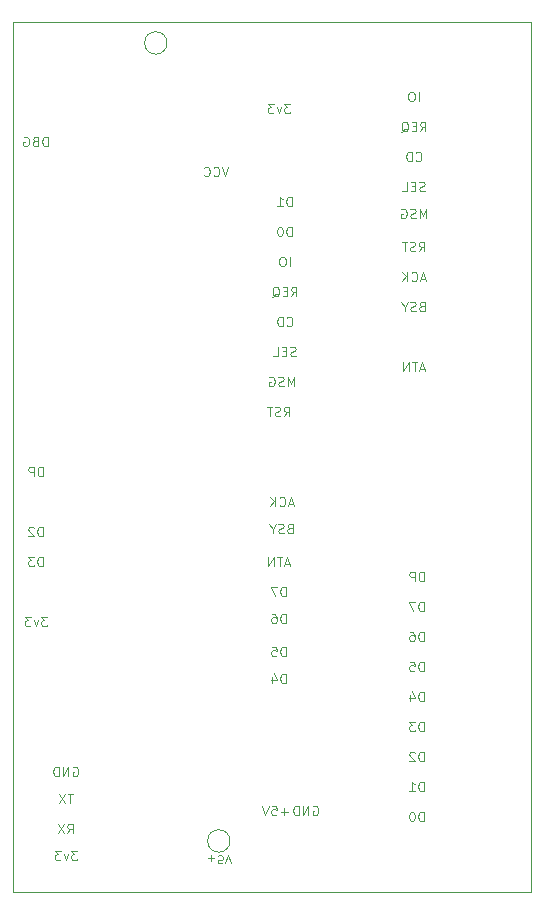
<source format=gbr>
%TF.GenerationSoftware,KiCad,Pcbnew,(5.1.9-16-g1737927814)-1*%
%TF.CreationDate,2021-05-19T21:13:25-05:00*%
%TF.ProjectId,bluepill_scsi,626c7565-7069-46c6-9c5f-736373692e6b,rev?*%
%TF.SameCoordinates,Original*%
%TF.FileFunction,Legend,Bot*%
%TF.FilePolarity,Positive*%
%FSLAX46Y46*%
G04 Gerber Fmt 4.6, Leading zero omitted, Abs format (unit mm)*
G04 Created by KiCad (PCBNEW (5.1.9-16-g1737927814)-1) date 2021-05-19 21:13:25*
%MOMM*%
%LPD*%
G01*
G04 APERTURE LIST*
%ADD10C,0.100000*%
%TA.AperFunction,Profile*%
%ADD11C,0.050000*%
%TD*%
%ADD12C,0.120000*%
G04 APERTURE END LIST*
D10*
X87619000Y-146381000D02*
X88152333Y-146381000D01*
X87885666Y-146114333D02*
X87885666Y-146647666D01*
X88819000Y-146814333D02*
X88485666Y-146814333D01*
X88452333Y-146481000D01*
X88485666Y-146514333D01*
X88552333Y-146547666D01*
X88719000Y-146547666D01*
X88785666Y-146514333D01*
X88819000Y-146481000D01*
X88852333Y-146414333D01*
X88852333Y-146247666D01*
X88819000Y-146181000D01*
X88785666Y-146147666D01*
X88719000Y-146114333D01*
X88552333Y-146114333D01*
X88485666Y-146147666D01*
X88452333Y-146181000D01*
X89052333Y-146814333D02*
X89285666Y-146114333D01*
X89519000Y-146814333D01*
X73977380Y-125926904D02*
X73482142Y-125926904D01*
X73748809Y-126231666D01*
X73634523Y-126231666D01*
X73558333Y-126269761D01*
X73520238Y-126307857D01*
X73482142Y-126384047D01*
X73482142Y-126574523D01*
X73520238Y-126650714D01*
X73558333Y-126688809D01*
X73634523Y-126726904D01*
X73863095Y-126726904D01*
X73939285Y-126688809D01*
X73977380Y-126650714D01*
X73215476Y-126193571D02*
X73025000Y-126726904D01*
X72834523Y-126193571D01*
X72605952Y-125926904D02*
X72110714Y-125926904D01*
X72377380Y-126231666D01*
X72263095Y-126231666D01*
X72186904Y-126269761D01*
X72148809Y-126307857D01*
X72110714Y-126384047D01*
X72110714Y-126574523D01*
X72148809Y-126650714D01*
X72186904Y-126688809D01*
X72263095Y-126726904D01*
X72491666Y-126726904D01*
X72567857Y-126688809D01*
X72605952Y-126650714D01*
X73615476Y-121646904D02*
X73615476Y-120846904D01*
X73425000Y-120846904D01*
X73310714Y-120885000D01*
X73234523Y-120961190D01*
X73196428Y-121037380D01*
X73158333Y-121189761D01*
X73158333Y-121304047D01*
X73196428Y-121456428D01*
X73234523Y-121532619D01*
X73310714Y-121608809D01*
X73425000Y-121646904D01*
X73615476Y-121646904D01*
X72891666Y-120846904D02*
X72396428Y-120846904D01*
X72663095Y-121151666D01*
X72548809Y-121151666D01*
X72472619Y-121189761D01*
X72434523Y-121227857D01*
X72396428Y-121304047D01*
X72396428Y-121494523D01*
X72434523Y-121570714D01*
X72472619Y-121608809D01*
X72548809Y-121646904D01*
X72777380Y-121646904D01*
X72853571Y-121608809D01*
X72891666Y-121570714D01*
X73615476Y-119106904D02*
X73615476Y-118306904D01*
X73425000Y-118306904D01*
X73310714Y-118345000D01*
X73234523Y-118421190D01*
X73196428Y-118497380D01*
X73158333Y-118649761D01*
X73158333Y-118764047D01*
X73196428Y-118916428D01*
X73234523Y-118992619D01*
X73310714Y-119068809D01*
X73425000Y-119106904D01*
X73615476Y-119106904D01*
X72853571Y-118383095D02*
X72815476Y-118345000D01*
X72739285Y-118306904D01*
X72548809Y-118306904D01*
X72472619Y-118345000D01*
X72434523Y-118383095D01*
X72396428Y-118459285D01*
X72396428Y-118535476D01*
X72434523Y-118649761D01*
X72891666Y-119106904D01*
X72396428Y-119106904D01*
X73634523Y-114026904D02*
X73634523Y-113226904D01*
X73444047Y-113226904D01*
X73329761Y-113265000D01*
X73253571Y-113341190D01*
X73215476Y-113417380D01*
X73177380Y-113569761D01*
X73177380Y-113684047D01*
X73215476Y-113836428D01*
X73253571Y-113912619D01*
X73329761Y-113988809D01*
X73444047Y-114026904D01*
X73634523Y-114026904D01*
X72834523Y-114026904D02*
X72834523Y-113226904D01*
X72529761Y-113226904D01*
X72453571Y-113265000D01*
X72415476Y-113303095D01*
X72377380Y-113379285D01*
X72377380Y-113493571D01*
X72415476Y-113569761D01*
X72453571Y-113607857D01*
X72529761Y-113645952D01*
X72834523Y-113645952D01*
X94551380Y-82492904D02*
X94056142Y-82492904D01*
X94322809Y-82797666D01*
X94208523Y-82797666D01*
X94132333Y-82835761D01*
X94094238Y-82873857D01*
X94056142Y-82950047D01*
X94056142Y-83140523D01*
X94094238Y-83216714D01*
X94132333Y-83254809D01*
X94208523Y-83292904D01*
X94437095Y-83292904D01*
X94513285Y-83254809D01*
X94551380Y-83216714D01*
X93789476Y-82759571D02*
X93599000Y-83292904D01*
X93408523Y-82759571D01*
X93179952Y-82492904D02*
X92684714Y-82492904D01*
X92951380Y-82797666D01*
X92837095Y-82797666D01*
X92760904Y-82835761D01*
X92722809Y-82873857D01*
X92684714Y-82950047D01*
X92684714Y-83140523D01*
X92722809Y-83216714D01*
X92760904Y-83254809D01*
X92837095Y-83292904D01*
X93065666Y-83292904D01*
X93141857Y-83254809D01*
X93179952Y-83216714D01*
X89331666Y-87826904D02*
X89065000Y-88626904D01*
X88798333Y-87826904D01*
X88074523Y-88550714D02*
X88112619Y-88588809D01*
X88226904Y-88626904D01*
X88303095Y-88626904D01*
X88417380Y-88588809D01*
X88493571Y-88512619D01*
X88531666Y-88436428D01*
X88569761Y-88284047D01*
X88569761Y-88169761D01*
X88531666Y-88017380D01*
X88493571Y-87941190D01*
X88417380Y-87865000D01*
X88303095Y-87826904D01*
X88226904Y-87826904D01*
X88112619Y-87865000D01*
X88074523Y-87903095D01*
X87274523Y-88550714D02*
X87312619Y-88588809D01*
X87426904Y-88626904D01*
X87503095Y-88626904D01*
X87617380Y-88588809D01*
X87693571Y-88512619D01*
X87731666Y-88436428D01*
X87769761Y-88284047D01*
X87769761Y-88169761D01*
X87731666Y-88017380D01*
X87693571Y-87941190D01*
X87617380Y-87865000D01*
X87503095Y-87826904D01*
X87426904Y-87826904D01*
X87312619Y-87865000D01*
X87274523Y-87903095D01*
X94697476Y-91166904D02*
X94697476Y-90366904D01*
X94507000Y-90366904D01*
X94392714Y-90405000D01*
X94316523Y-90481190D01*
X94278428Y-90557380D01*
X94240333Y-90709761D01*
X94240333Y-90824047D01*
X94278428Y-90976428D01*
X94316523Y-91052619D01*
X94392714Y-91128809D01*
X94507000Y-91166904D01*
X94697476Y-91166904D01*
X93478428Y-91166904D02*
X93935571Y-91166904D01*
X93707000Y-91166904D02*
X93707000Y-90366904D01*
X93783190Y-90481190D01*
X93859380Y-90557380D01*
X93935571Y-90595476D01*
X94697476Y-93706904D02*
X94697476Y-92906904D01*
X94507000Y-92906904D01*
X94392714Y-92945000D01*
X94316523Y-93021190D01*
X94278428Y-93097380D01*
X94240333Y-93249761D01*
X94240333Y-93364047D01*
X94278428Y-93516428D01*
X94316523Y-93592619D01*
X94392714Y-93668809D01*
X94507000Y-93706904D01*
X94697476Y-93706904D01*
X93745095Y-92906904D02*
X93668904Y-92906904D01*
X93592714Y-92945000D01*
X93554619Y-92983095D01*
X93516523Y-93059285D01*
X93478428Y-93211666D01*
X93478428Y-93402142D01*
X93516523Y-93554523D01*
X93554619Y-93630714D01*
X93592714Y-93668809D01*
X93668904Y-93706904D01*
X93745095Y-93706904D01*
X93821285Y-93668809D01*
X93859380Y-93630714D01*
X93897476Y-93554523D01*
X93935571Y-93402142D01*
X93935571Y-93211666D01*
X93897476Y-93059285D01*
X93859380Y-92983095D01*
X93821285Y-92945000D01*
X93745095Y-92906904D01*
X94526047Y-96246904D02*
X94526047Y-95446904D01*
X93992714Y-95446904D02*
X93840333Y-95446904D01*
X93764142Y-95485000D01*
X93687952Y-95561190D01*
X93649857Y-95713571D01*
X93649857Y-95980238D01*
X93687952Y-96132619D01*
X93764142Y-96208809D01*
X93840333Y-96246904D01*
X93992714Y-96246904D01*
X94068904Y-96208809D01*
X94145095Y-96132619D01*
X94183190Y-95980238D01*
X94183190Y-95713571D01*
X94145095Y-95561190D01*
X94068904Y-95485000D01*
X93992714Y-95446904D01*
X94640333Y-98786904D02*
X94907000Y-98405952D01*
X95097476Y-98786904D02*
X95097476Y-97986904D01*
X94792714Y-97986904D01*
X94716523Y-98025000D01*
X94678428Y-98063095D01*
X94640333Y-98139285D01*
X94640333Y-98253571D01*
X94678428Y-98329761D01*
X94716523Y-98367857D01*
X94792714Y-98405952D01*
X95097476Y-98405952D01*
X94297476Y-98367857D02*
X94030809Y-98367857D01*
X93916523Y-98786904D02*
X94297476Y-98786904D01*
X94297476Y-97986904D01*
X93916523Y-97986904D01*
X93040333Y-98863095D02*
X93116523Y-98825000D01*
X93192714Y-98748809D01*
X93307000Y-98634523D01*
X93383190Y-98596428D01*
X93459380Y-98596428D01*
X93421285Y-98786904D02*
X93497476Y-98748809D01*
X93573666Y-98672619D01*
X93611761Y-98520238D01*
X93611761Y-98253571D01*
X93573666Y-98101190D01*
X93497476Y-98025000D01*
X93421285Y-97986904D01*
X93268904Y-97986904D01*
X93192714Y-98025000D01*
X93116523Y-98101190D01*
X93078428Y-98253571D01*
X93078428Y-98520238D01*
X93116523Y-98672619D01*
X93192714Y-98748809D01*
X93268904Y-98786904D01*
X93421285Y-98786904D01*
X94259380Y-101250714D02*
X94297476Y-101288809D01*
X94411761Y-101326904D01*
X94487952Y-101326904D01*
X94602238Y-101288809D01*
X94678428Y-101212619D01*
X94716523Y-101136428D01*
X94754619Y-100984047D01*
X94754619Y-100869761D01*
X94716523Y-100717380D01*
X94678428Y-100641190D01*
X94602238Y-100565000D01*
X94487952Y-100526904D01*
X94411761Y-100526904D01*
X94297476Y-100565000D01*
X94259380Y-100603095D01*
X93916523Y-101326904D02*
X93916523Y-100526904D01*
X93726047Y-100526904D01*
X93611761Y-100565000D01*
X93535571Y-100641190D01*
X93497476Y-100717380D01*
X93459380Y-100869761D01*
X93459380Y-100984047D01*
X93497476Y-101136428D01*
X93535571Y-101212619D01*
X93611761Y-101288809D01*
X93726047Y-101326904D01*
X93916523Y-101326904D01*
X95021285Y-103828809D02*
X94907000Y-103866904D01*
X94716523Y-103866904D01*
X94640333Y-103828809D01*
X94602238Y-103790714D01*
X94564142Y-103714523D01*
X94564142Y-103638333D01*
X94602238Y-103562142D01*
X94640333Y-103524047D01*
X94716523Y-103485952D01*
X94868904Y-103447857D01*
X94945095Y-103409761D01*
X94983190Y-103371666D01*
X95021285Y-103295476D01*
X95021285Y-103219285D01*
X94983190Y-103143095D01*
X94945095Y-103105000D01*
X94868904Y-103066904D01*
X94678428Y-103066904D01*
X94564142Y-103105000D01*
X94221285Y-103447857D02*
X93954619Y-103447857D01*
X93840333Y-103866904D02*
X94221285Y-103866904D01*
X94221285Y-103066904D01*
X93840333Y-103066904D01*
X93116523Y-103866904D02*
X93497476Y-103866904D01*
X93497476Y-103066904D01*
X94900619Y-106406904D02*
X94900619Y-105606904D01*
X94633952Y-106178333D01*
X94367285Y-105606904D01*
X94367285Y-106406904D01*
X94024428Y-106368809D02*
X93910142Y-106406904D01*
X93719666Y-106406904D01*
X93643476Y-106368809D01*
X93605380Y-106330714D01*
X93567285Y-106254523D01*
X93567285Y-106178333D01*
X93605380Y-106102142D01*
X93643476Y-106064047D01*
X93719666Y-106025952D01*
X93872047Y-105987857D01*
X93948238Y-105949761D01*
X93986333Y-105911666D01*
X94024428Y-105835476D01*
X94024428Y-105759285D01*
X93986333Y-105683095D01*
X93948238Y-105645000D01*
X93872047Y-105606904D01*
X93681571Y-105606904D01*
X93567285Y-105645000D01*
X92805380Y-105645000D02*
X92881571Y-105606904D01*
X92995857Y-105606904D01*
X93110142Y-105645000D01*
X93186333Y-105721190D01*
X93224428Y-105797380D01*
X93262523Y-105949761D01*
X93262523Y-106064047D01*
X93224428Y-106216428D01*
X93186333Y-106292619D01*
X93110142Y-106368809D01*
X92995857Y-106406904D01*
X92919666Y-106406904D01*
X92805380Y-106368809D01*
X92767285Y-106330714D01*
X92767285Y-106064047D01*
X92919666Y-106064047D01*
X94037095Y-108946904D02*
X94303761Y-108565952D01*
X94494238Y-108946904D02*
X94494238Y-108146904D01*
X94189476Y-108146904D01*
X94113285Y-108185000D01*
X94075190Y-108223095D01*
X94037095Y-108299285D01*
X94037095Y-108413571D01*
X94075190Y-108489761D01*
X94113285Y-108527857D01*
X94189476Y-108565952D01*
X94494238Y-108565952D01*
X93732333Y-108908809D02*
X93618047Y-108946904D01*
X93427571Y-108946904D01*
X93351380Y-108908809D01*
X93313285Y-108870714D01*
X93275190Y-108794523D01*
X93275190Y-108718333D01*
X93313285Y-108642142D01*
X93351380Y-108604047D01*
X93427571Y-108565952D01*
X93579952Y-108527857D01*
X93656142Y-108489761D01*
X93694238Y-108451666D01*
X93732333Y-108375476D01*
X93732333Y-108299285D01*
X93694238Y-108223095D01*
X93656142Y-108185000D01*
X93579952Y-108146904D01*
X93389476Y-108146904D01*
X93275190Y-108185000D01*
X93046619Y-108146904D02*
X92589476Y-108146904D01*
X92818047Y-108946904D02*
X92818047Y-108146904D01*
X94189476Y-131552904D02*
X94189476Y-130752904D01*
X93999000Y-130752904D01*
X93884714Y-130791000D01*
X93808523Y-130867190D01*
X93770428Y-130943380D01*
X93732333Y-131095761D01*
X93732333Y-131210047D01*
X93770428Y-131362428D01*
X93808523Y-131438619D01*
X93884714Y-131514809D01*
X93999000Y-131552904D01*
X94189476Y-131552904D01*
X93046619Y-131019571D02*
X93046619Y-131552904D01*
X93237095Y-130714809D02*
X93427571Y-131286238D01*
X92932333Y-131286238D01*
X94189476Y-129266904D02*
X94189476Y-128466904D01*
X93999000Y-128466904D01*
X93884714Y-128505000D01*
X93808523Y-128581190D01*
X93770428Y-128657380D01*
X93732333Y-128809761D01*
X93732333Y-128924047D01*
X93770428Y-129076428D01*
X93808523Y-129152619D01*
X93884714Y-129228809D01*
X93999000Y-129266904D01*
X94189476Y-129266904D01*
X93008523Y-128466904D02*
X93389476Y-128466904D01*
X93427571Y-128847857D01*
X93389476Y-128809761D01*
X93313285Y-128771666D01*
X93122809Y-128771666D01*
X93046619Y-128809761D01*
X93008523Y-128847857D01*
X92970428Y-128924047D01*
X92970428Y-129114523D01*
X93008523Y-129190714D01*
X93046619Y-129228809D01*
X93122809Y-129266904D01*
X93313285Y-129266904D01*
X93389476Y-129228809D01*
X93427571Y-129190714D01*
X94189476Y-126472904D02*
X94189476Y-125672904D01*
X93999000Y-125672904D01*
X93884714Y-125711000D01*
X93808523Y-125787190D01*
X93770428Y-125863380D01*
X93732333Y-126015761D01*
X93732333Y-126130047D01*
X93770428Y-126282428D01*
X93808523Y-126358619D01*
X93884714Y-126434809D01*
X93999000Y-126472904D01*
X94189476Y-126472904D01*
X93046619Y-125672904D02*
X93199000Y-125672904D01*
X93275190Y-125711000D01*
X93313285Y-125749095D01*
X93389476Y-125863380D01*
X93427571Y-126015761D01*
X93427571Y-126320523D01*
X93389476Y-126396714D01*
X93351380Y-126434809D01*
X93275190Y-126472904D01*
X93122809Y-126472904D01*
X93046619Y-126434809D01*
X93008523Y-126396714D01*
X92970428Y-126320523D01*
X92970428Y-126130047D01*
X93008523Y-126053857D01*
X93046619Y-126015761D01*
X93122809Y-125977666D01*
X93275190Y-125977666D01*
X93351380Y-126015761D01*
X93389476Y-126053857D01*
X93427571Y-126130047D01*
X94189476Y-124186904D02*
X94189476Y-123386904D01*
X93999000Y-123386904D01*
X93884714Y-123425000D01*
X93808523Y-123501190D01*
X93770428Y-123577380D01*
X93732333Y-123729761D01*
X93732333Y-123844047D01*
X93770428Y-123996428D01*
X93808523Y-124072619D01*
X93884714Y-124148809D01*
X93999000Y-124186904D01*
X94189476Y-124186904D01*
X93465666Y-123386904D02*
X92932333Y-123386904D01*
X93275190Y-124186904D01*
X94513285Y-121418333D02*
X94132333Y-121418333D01*
X94589476Y-121646904D02*
X94322809Y-120846904D01*
X94056142Y-121646904D01*
X93903761Y-120846904D02*
X93446619Y-120846904D01*
X93675190Y-121646904D02*
X93675190Y-120846904D01*
X93179952Y-121646904D02*
X93179952Y-120846904D01*
X92722809Y-121646904D01*
X92722809Y-120846904D01*
X94519666Y-118433857D02*
X94405380Y-118471952D01*
X94367285Y-118510047D01*
X94329190Y-118586238D01*
X94329190Y-118700523D01*
X94367285Y-118776714D01*
X94405380Y-118814809D01*
X94481571Y-118852904D01*
X94786333Y-118852904D01*
X94786333Y-118052904D01*
X94519666Y-118052904D01*
X94443476Y-118091000D01*
X94405380Y-118129095D01*
X94367285Y-118205285D01*
X94367285Y-118281476D01*
X94405380Y-118357666D01*
X94443476Y-118395761D01*
X94519666Y-118433857D01*
X94786333Y-118433857D01*
X94024428Y-118814809D02*
X93910142Y-118852904D01*
X93719666Y-118852904D01*
X93643476Y-118814809D01*
X93605380Y-118776714D01*
X93567285Y-118700523D01*
X93567285Y-118624333D01*
X93605380Y-118548142D01*
X93643476Y-118510047D01*
X93719666Y-118471952D01*
X93872047Y-118433857D01*
X93948238Y-118395761D01*
X93986333Y-118357666D01*
X94024428Y-118281476D01*
X94024428Y-118205285D01*
X93986333Y-118129095D01*
X93948238Y-118091000D01*
X93872047Y-118052904D01*
X93681571Y-118052904D01*
X93567285Y-118091000D01*
X93072047Y-118471952D02*
X93072047Y-118852904D01*
X93338714Y-118052904D02*
X93072047Y-118471952D01*
X92805380Y-118052904D01*
X94843476Y-116338333D02*
X94462523Y-116338333D01*
X94919666Y-116566904D02*
X94653000Y-115766904D01*
X94386333Y-116566904D01*
X93662523Y-116490714D02*
X93700619Y-116528809D01*
X93814904Y-116566904D01*
X93891095Y-116566904D01*
X94005380Y-116528809D01*
X94081571Y-116452619D01*
X94119666Y-116376428D01*
X94157761Y-116224047D01*
X94157761Y-116109761D01*
X94119666Y-115957380D01*
X94081571Y-115881190D01*
X94005380Y-115805000D01*
X93891095Y-115766904D01*
X93814904Y-115766904D01*
X93700619Y-115805000D01*
X93662523Y-115843095D01*
X93319666Y-116566904D02*
X93319666Y-115766904D01*
X92862523Y-116566904D02*
X93205380Y-116109761D01*
X92862523Y-115766904D02*
X93319666Y-116224047D01*
X74034523Y-86086904D02*
X74034523Y-85286904D01*
X73844047Y-85286904D01*
X73729761Y-85325000D01*
X73653571Y-85401190D01*
X73615476Y-85477380D01*
X73577380Y-85629761D01*
X73577380Y-85744047D01*
X73615476Y-85896428D01*
X73653571Y-85972619D01*
X73729761Y-86048809D01*
X73844047Y-86086904D01*
X74034523Y-86086904D01*
X72967857Y-85667857D02*
X72853571Y-85705952D01*
X72815476Y-85744047D01*
X72777380Y-85820238D01*
X72777380Y-85934523D01*
X72815476Y-86010714D01*
X72853571Y-86048809D01*
X72929761Y-86086904D01*
X73234523Y-86086904D01*
X73234523Y-85286904D01*
X72967857Y-85286904D01*
X72891666Y-85325000D01*
X72853571Y-85363095D01*
X72815476Y-85439285D01*
X72815476Y-85515476D01*
X72853571Y-85591666D01*
X72891666Y-85629761D01*
X72967857Y-85667857D01*
X73234523Y-85667857D01*
X72015476Y-85325000D02*
X72091666Y-85286904D01*
X72205952Y-85286904D01*
X72320238Y-85325000D01*
X72396428Y-85401190D01*
X72434523Y-85477380D01*
X72472619Y-85629761D01*
X72472619Y-85744047D01*
X72434523Y-85896428D01*
X72396428Y-85972619D01*
X72320238Y-86048809D01*
X72205952Y-86086904D01*
X72129761Y-86086904D01*
X72015476Y-86048809D01*
X71977380Y-86010714D01*
X71977380Y-85744047D01*
X72129761Y-85744047D01*
X76174523Y-138665000D02*
X76250714Y-138626904D01*
X76365000Y-138626904D01*
X76479285Y-138665000D01*
X76555476Y-138741190D01*
X76593571Y-138817380D01*
X76631666Y-138969761D01*
X76631666Y-139084047D01*
X76593571Y-139236428D01*
X76555476Y-139312619D01*
X76479285Y-139388809D01*
X76365000Y-139426904D01*
X76288809Y-139426904D01*
X76174523Y-139388809D01*
X76136428Y-139350714D01*
X76136428Y-139084047D01*
X76288809Y-139084047D01*
X75793571Y-139426904D02*
X75793571Y-138626904D01*
X75336428Y-139426904D01*
X75336428Y-138626904D01*
X74955476Y-139426904D02*
X74955476Y-138626904D01*
X74765000Y-138626904D01*
X74650714Y-138665000D01*
X74574523Y-138741190D01*
X74536428Y-138817380D01*
X74498333Y-138969761D01*
X74498333Y-139084047D01*
X74536428Y-139236428D01*
X74574523Y-139312619D01*
X74650714Y-139388809D01*
X74765000Y-139426904D01*
X74955476Y-139426904D01*
X76517380Y-145738904D02*
X76022142Y-145738904D01*
X76288809Y-146043666D01*
X76174523Y-146043666D01*
X76098333Y-146081761D01*
X76060238Y-146119857D01*
X76022142Y-146196047D01*
X76022142Y-146386523D01*
X76060238Y-146462714D01*
X76098333Y-146500809D01*
X76174523Y-146538904D01*
X76403095Y-146538904D01*
X76479285Y-146500809D01*
X76517380Y-146462714D01*
X75755476Y-146005571D02*
X75565000Y-146538904D01*
X75374523Y-146005571D01*
X75145952Y-145738904D02*
X74650714Y-145738904D01*
X74917380Y-146043666D01*
X74803095Y-146043666D01*
X74726904Y-146081761D01*
X74688809Y-146119857D01*
X74650714Y-146196047D01*
X74650714Y-146386523D01*
X74688809Y-146462714D01*
X74726904Y-146500809D01*
X74803095Y-146538904D01*
X75031666Y-146538904D01*
X75107857Y-146500809D01*
X75145952Y-146462714D01*
X75698333Y-144252904D02*
X75965000Y-143871952D01*
X76155476Y-144252904D02*
X76155476Y-143452904D01*
X75850714Y-143452904D01*
X75774523Y-143491000D01*
X75736428Y-143529095D01*
X75698333Y-143605285D01*
X75698333Y-143719571D01*
X75736428Y-143795761D01*
X75774523Y-143833857D01*
X75850714Y-143871952D01*
X76155476Y-143871952D01*
X75431666Y-143452904D02*
X74898333Y-144252904D01*
X74898333Y-143452904D02*
X75431666Y-144252904D01*
X76174523Y-140912904D02*
X75717380Y-140912904D01*
X75945952Y-141712904D02*
X75945952Y-140912904D01*
X75526904Y-140912904D02*
X74993571Y-141712904D01*
X74993571Y-140912904D02*
X75526904Y-141712904D01*
X96494523Y-141967000D02*
X96570714Y-141928904D01*
X96685000Y-141928904D01*
X96799285Y-141967000D01*
X96875476Y-142043190D01*
X96913571Y-142119380D01*
X96951666Y-142271761D01*
X96951666Y-142386047D01*
X96913571Y-142538428D01*
X96875476Y-142614619D01*
X96799285Y-142690809D01*
X96685000Y-142728904D01*
X96608809Y-142728904D01*
X96494523Y-142690809D01*
X96456428Y-142652714D01*
X96456428Y-142386047D01*
X96608809Y-142386047D01*
X96113571Y-142728904D02*
X96113571Y-141928904D01*
X95656428Y-142728904D01*
X95656428Y-141928904D01*
X95275476Y-142728904D02*
X95275476Y-141928904D01*
X95085000Y-141928904D01*
X94970714Y-141967000D01*
X94894523Y-142043190D01*
X94856428Y-142119380D01*
X94818333Y-142271761D01*
X94818333Y-142386047D01*
X94856428Y-142538428D01*
X94894523Y-142614619D01*
X94970714Y-142690809D01*
X95085000Y-142728904D01*
X95275476Y-142728904D01*
X94373571Y-142424142D02*
X93764047Y-142424142D01*
X94068809Y-142728904D02*
X94068809Y-142119380D01*
X93002142Y-141928904D02*
X93383095Y-141928904D01*
X93421190Y-142309857D01*
X93383095Y-142271761D01*
X93306904Y-142233666D01*
X93116428Y-142233666D01*
X93040238Y-142271761D01*
X93002142Y-142309857D01*
X92964047Y-142386047D01*
X92964047Y-142576523D01*
X93002142Y-142652714D01*
X93040238Y-142690809D01*
X93116428Y-142728904D01*
X93306904Y-142728904D01*
X93383095Y-142690809D01*
X93421190Y-142652714D01*
X92735476Y-141928904D02*
X92468809Y-142728904D01*
X92202142Y-141928904D01*
X105873476Y-143236904D02*
X105873476Y-142436904D01*
X105683000Y-142436904D01*
X105568714Y-142475000D01*
X105492523Y-142551190D01*
X105454428Y-142627380D01*
X105416333Y-142779761D01*
X105416333Y-142894047D01*
X105454428Y-143046428D01*
X105492523Y-143122619D01*
X105568714Y-143198809D01*
X105683000Y-143236904D01*
X105873476Y-143236904D01*
X104921095Y-142436904D02*
X104844904Y-142436904D01*
X104768714Y-142475000D01*
X104730619Y-142513095D01*
X104692523Y-142589285D01*
X104654428Y-142741666D01*
X104654428Y-142932142D01*
X104692523Y-143084523D01*
X104730619Y-143160714D01*
X104768714Y-143198809D01*
X104844904Y-143236904D01*
X104921095Y-143236904D01*
X104997285Y-143198809D01*
X105035380Y-143160714D01*
X105073476Y-143084523D01*
X105111571Y-142932142D01*
X105111571Y-142741666D01*
X105073476Y-142589285D01*
X105035380Y-142513095D01*
X104997285Y-142475000D01*
X104921095Y-142436904D01*
X105873476Y-140696904D02*
X105873476Y-139896904D01*
X105683000Y-139896904D01*
X105568714Y-139935000D01*
X105492523Y-140011190D01*
X105454428Y-140087380D01*
X105416333Y-140239761D01*
X105416333Y-140354047D01*
X105454428Y-140506428D01*
X105492523Y-140582619D01*
X105568714Y-140658809D01*
X105683000Y-140696904D01*
X105873476Y-140696904D01*
X104654428Y-140696904D02*
X105111571Y-140696904D01*
X104883000Y-140696904D02*
X104883000Y-139896904D01*
X104959190Y-140011190D01*
X105035380Y-140087380D01*
X105111571Y-140125476D01*
X105873476Y-138156904D02*
X105873476Y-137356904D01*
X105683000Y-137356904D01*
X105568714Y-137395000D01*
X105492523Y-137471190D01*
X105454428Y-137547380D01*
X105416333Y-137699761D01*
X105416333Y-137814047D01*
X105454428Y-137966428D01*
X105492523Y-138042619D01*
X105568714Y-138118809D01*
X105683000Y-138156904D01*
X105873476Y-138156904D01*
X105111571Y-137433095D02*
X105073476Y-137395000D01*
X104997285Y-137356904D01*
X104806809Y-137356904D01*
X104730619Y-137395000D01*
X104692523Y-137433095D01*
X104654428Y-137509285D01*
X104654428Y-137585476D01*
X104692523Y-137699761D01*
X105149666Y-138156904D01*
X104654428Y-138156904D01*
X105873476Y-135616904D02*
X105873476Y-134816904D01*
X105683000Y-134816904D01*
X105568714Y-134855000D01*
X105492523Y-134931190D01*
X105454428Y-135007380D01*
X105416333Y-135159761D01*
X105416333Y-135274047D01*
X105454428Y-135426428D01*
X105492523Y-135502619D01*
X105568714Y-135578809D01*
X105683000Y-135616904D01*
X105873476Y-135616904D01*
X105149666Y-134816904D02*
X104654428Y-134816904D01*
X104921095Y-135121666D01*
X104806809Y-135121666D01*
X104730619Y-135159761D01*
X104692523Y-135197857D01*
X104654428Y-135274047D01*
X104654428Y-135464523D01*
X104692523Y-135540714D01*
X104730619Y-135578809D01*
X104806809Y-135616904D01*
X105035380Y-135616904D01*
X105111571Y-135578809D01*
X105149666Y-135540714D01*
X105873476Y-133076904D02*
X105873476Y-132276904D01*
X105683000Y-132276904D01*
X105568714Y-132315000D01*
X105492523Y-132391190D01*
X105454428Y-132467380D01*
X105416333Y-132619761D01*
X105416333Y-132734047D01*
X105454428Y-132886428D01*
X105492523Y-132962619D01*
X105568714Y-133038809D01*
X105683000Y-133076904D01*
X105873476Y-133076904D01*
X104730619Y-132543571D02*
X104730619Y-133076904D01*
X104921095Y-132238809D02*
X105111571Y-132810238D01*
X104616333Y-132810238D01*
X105873476Y-130536904D02*
X105873476Y-129736904D01*
X105683000Y-129736904D01*
X105568714Y-129775000D01*
X105492523Y-129851190D01*
X105454428Y-129927380D01*
X105416333Y-130079761D01*
X105416333Y-130194047D01*
X105454428Y-130346428D01*
X105492523Y-130422619D01*
X105568714Y-130498809D01*
X105683000Y-130536904D01*
X105873476Y-130536904D01*
X104692523Y-129736904D02*
X105073476Y-129736904D01*
X105111571Y-130117857D01*
X105073476Y-130079761D01*
X104997285Y-130041666D01*
X104806809Y-130041666D01*
X104730619Y-130079761D01*
X104692523Y-130117857D01*
X104654428Y-130194047D01*
X104654428Y-130384523D01*
X104692523Y-130460714D01*
X104730619Y-130498809D01*
X104806809Y-130536904D01*
X104997285Y-130536904D01*
X105073476Y-130498809D01*
X105111571Y-130460714D01*
X105873476Y-127996904D02*
X105873476Y-127196904D01*
X105683000Y-127196904D01*
X105568714Y-127235000D01*
X105492523Y-127311190D01*
X105454428Y-127387380D01*
X105416333Y-127539761D01*
X105416333Y-127654047D01*
X105454428Y-127806428D01*
X105492523Y-127882619D01*
X105568714Y-127958809D01*
X105683000Y-127996904D01*
X105873476Y-127996904D01*
X104730619Y-127196904D02*
X104883000Y-127196904D01*
X104959190Y-127235000D01*
X104997285Y-127273095D01*
X105073476Y-127387380D01*
X105111571Y-127539761D01*
X105111571Y-127844523D01*
X105073476Y-127920714D01*
X105035380Y-127958809D01*
X104959190Y-127996904D01*
X104806809Y-127996904D01*
X104730619Y-127958809D01*
X104692523Y-127920714D01*
X104654428Y-127844523D01*
X104654428Y-127654047D01*
X104692523Y-127577857D01*
X104730619Y-127539761D01*
X104806809Y-127501666D01*
X104959190Y-127501666D01*
X105035380Y-127539761D01*
X105073476Y-127577857D01*
X105111571Y-127654047D01*
X105873476Y-125456904D02*
X105873476Y-124656904D01*
X105683000Y-124656904D01*
X105568714Y-124695000D01*
X105492523Y-124771190D01*
X105454428Y-124847380D01*
X105416333Y-124999761D01*
X105416333Y-125114047D01*
X105454428Y-125266428D01*
X105492523Y-125342619D01*
X105568714Y-125418809D01*
X105683000Y-125456904D01*
X105873476Y-125456904D01*
X105149666Y-124656904D02*
X104616333Y-124656904D01*
X104959190Y-125456904D01*
X105892523Y-122916904D02*
X105892523Y-122116904D01*
X105702047Y-122116904D01*
X105587761Y-122155000D01*
X105511571Y-122231190D01*
X105473476Y-122307380D01*
X105435380Y-122459761D01*
X105435380Y-122574047D01*
X105473476Y-122726428D01*
X105511571Y-122802619D01*
X105587761Y-122878809D01*
X105702047Y-122916904D01*
X105892523Y-122916904D01*
X105092523Y-122916904D02*
X105092523Y-122116904D01*
X104787761Y-122116904D01*
X104711571Y-122155000D01*
X104673476Y-122193095D01*
X104635380Y-122269285D01*
X104635380Y-122383571D01*
X104673476Y-122459761D01*
X104711571Y-122497857D01*
X104787761Y-122535952D01*
X105092523Y-122535952D01*
X105943285Y-104908333D02*
X105562333Y-104908333D01*
X106019476Y-105136904D02*
X105752809Y-104336904D01*
X105486142Y-105136904D01*
X105333761Y-104336904D02*
X104876619Y-104336904D01*
X105105190Y-105136904D02*
X105105190Y-104336904D01*
X104609952Y-105136904D02*
X104609952Y-104336904D01*
X104152809Y-105136904D01*
X104152809Y-104336904D01*
X105695666Y-99637857D02*
X105581380Y-99675952D01*
X105543285Y-99714047D01*
X105505190Y-99790238D01*
X105505190Y-99904523D01*
X105543285Y-99980714D01*
X105581380Y-100018809D01*
X105657571Y-100056904D01*
X105962333Y-100056904D01*
X105962333Y-99256904D01*
X105695666Y-99256904D01*
X105619476Y-99295000D01*
X105581380Y-99333095D01*
X105543285Y-99409285D01*
X105543285Y-99485476D01*
X105581380Y-99561666D01*
X105619476Y-99599761D01*
X105695666Y-99637857D01*
X105962333Y-99637857D01*
X105200428Y-100018809D02*
X105086142Y-100056904D01*
X104895666Y-100056904D01*
X104819476Y-100018809D01*
X104781380Y-99980714D01*
X104743285Y-99904523D01*
X104743285Y-99828333D01*
X104781380Y-99752142D01*
X104819476Y-99714047D01*
X104895666Y-99675952D01*
X105048047Y-99637857D01*
X105124238Y-99599761D01*
X105162333Y-99561666D01*
X105200428Y-99485476D01*
X105200428Y-99409285D01*
X105162333Y-99333095D01*
X105124238Y-99295000D01*
X105048047Y-99256904D01*
X104857571Y-99256904D01*
X104743285Y-99295000D01*
X104248047Y-99675952D02*
X104248047Y-100056904D01*
X104514714Y-99256904D02*
X104248047Y-99675952D01*
X103981380Y-99256904D01*
X106019476Y-97288333D02*
X105638523Y-97288333D01*
X106095666Y-97516904D02*
X105829000Y-96716904D01*
X105562333Y-97516904D01*
X104838523Y-97440714D02*
X104876619Y-97478809D01*
X104990904Y-97516904D01*
X105067095Y-97516904D01*
X105181380Y-97478809D01*
X105257571Y-97402619D01*
X105295666Y-97326428D01*
X105333761Y-97174047D01*
X105333761Y-97059761D01*
X105295666Y-96907380D01*
X105257571Y-96831190D01*
X105181380Y-96755000D01*
X105067095Y-96716904D01*
X104990904Y-96716904D01*
X104876619Y-96755000D01*
X104838523Y-96793095D01*
X104495666Y-97516904D02*
X104495666Y-96716904D01*
X104038523Y-97516904D02*
X104381380Y-97059761D01*
X104038523Y-96716904D02*
X104495666Y-97174047D01*
X105467095Y-94976904D02*
X105733761Y-94595952D01*
X105924238Y-94976904D02*
X105924238Y-94176904D01*
X105619476Y-94176904D01*
X105543285Y-94215000D01*
X105505190Y-94253095D01*
X105467095Y-94329285D01*
X105467095Y-94443571D01*
X105505190Y-94519761D01*
X105543285Y-94557857D01*
X105619476Y-94595952D01*
X105924238Y-94595952D01*
X105162333Y-94938809D02*
X105048047Y-94976904D01*
X104857571Y-94976904D01*
X104781380Y-94938809D01*
X104743285Y-94900714D01*
X104705190Y-94824523D01*
X104705190Y-94748333D01*
X104743285Y-94672142D01*
X104781380Y-94634047D01*
X104857571Y-94595952D01*
X105009952Y-94557857D01*
X105086142Y-94519761D01*
X105124238Y-94481666D01*
X105162333Y-94405476D01*
X105162333Y-94329285D01*
X105124238Y-94253095D01*
X105086142Y-94215000D01*
X105009952Y-94176904D01*
X104819476Y-94176904D01*
X104705190Y-94215000D01*
X104476619Y-94176904D02*
X104019476Y-94176904D01*
X104248047Y-94976904D02*
X104248047Y-94176904D01*
X106076619Y-92182904D02*
X106076619Y-91382904D01*
X105809952Y-91954333D01*
X105543285Y-91382904D01*
X105543285Y-92182904D01*
X105200428Y-92144809D02*
X105086142Y-92182904D01*
X104895666Y-92182904D01*
X104819476Y-92144809D01*
X104781380Y-92106714D01*
X104743285Y-92030523D01*
X104743285Y-91954333D01*
X104781380Y-91878142D01*
X104819476Y-91840047D01*
X104895666Y-91801952D01*
X105048047Y-91763857D01*
X105124238Y-91725761D01*
X105162333Y-91687666D01*
X105200428Y-91611476D01*
X105200428Y-91535285D01*
X105162333Y-91459095D01*
X105124238Y-91421000D01*
X105048047Y-91382904D01*
X104857571Y-91382904D01*
X104743285Y-91421000D01*
X103981380Y-91421000D02*
X104057571Y-91382904D01*
X104171857Y-91382904D01*
X104286142Y-91421000D01*
X104362333Y-91497190D01*
X104400428Y-91573380D01*
X104438523Y-91725761D01*
X104438523Y-91840047D01*
X104400428Y-91992428D01*
X104362333Y-92068619D01*
X104286142Y-92144809D01*
X104171857Y-92182904D01*
X104095666Y-92182904D01*
X103981380Y-92144809D01*
X103943285Y-92106714D01*
X103943285Y-91840047D01*
X104095666Y-91840047D01*
X105943285Y-89858809D02*
X105829000Y-89896904D01*
X105638523Y-89896904D01*
X105562333Y-89858809D01*
X105524238Y-89820714D01*
X105486142Y-89744523D01*
X105486142Y-89668333D01*
X105524238Y-89592142D01*
X105562333Y-89554047D01*
X105638523Y-89515952D01*
X105790904Y-89477857D01*
X105867095Y-89439761D01*
X105905190Y-89401666D01*
X105943285Y-89325476D01*
X105943285Y-89249285D01*
X105905190Y-89173095D01*
X105867095Y-89135000D01*
X105790904Y-89096904D01*
X105600428Y-89096904D01*
X105486142Y-89135000D01*
X105143285Y-89477857D02*
X104876619Y-89477857D01*
X104762333Y-89896904D02*
X105143285Y-89896904D01*
X105143285Y-89096904D01*
X104762333Y-89096904D01*
X104038523Y-89896904D02*
X104419476Y-89896904D01*
X104419476Y-89096904D01*
X105181380Y-87280714D02*
X105219476Y-87318809D01*
X105333761Y-87356904D01*
X105409952Y-87356904D01*
X105524238Y-87318809D01*
X105600428Y-87242619D01*
X105638523Y-87166428D01*
X105676619Y-87014047D01*
X105676619Y-86899761D01*
X105638523Y-86747380D01*
X105600428Y-86671190D01*
X105524238Y-86595000D01*
X105409952Y-86556904D01*
X105333761Y-86556904D01*
X105219476Y-86595000D01*
X105181380Y-86633095D01*
X104838523Y-87356904D02*
X104838523Y-86556904D01*
X104648047Y-86556904D01*
X104533761Y-86595000D01*
X104457571Y-86671190D01*
X104419476Y-86747380D01*
X104381380Y-86899761D01*
X104381380Y-87014047D01*
X104419476Y-87166428D01*
X104457571Y-87242619D01*
X104533761Y-87318809D01*
X104648047Y-87356904D01*
X104838523Y-87356904D01*
X105562333Y-84816904D02*
X105829000Y-84435952D01*
X106019476Y-84816904D02*
X106019476Y-84016904D01*
X105714714Y-84016904D01*
X105638523Y-84055000D01*
X105600428Y-84093095D01*
X105562333Y-84169285D01*
X105562333Y-84283571D01*
X105600428Y-84359761D01*
X105638523Y-84397857D01*
X105714714Y-84435952D01*
X106019476Y-84435952D01*
X105219476Y-84397857D02*
X104952809Y-84397857D01*
X104838523Y-84816904D02*
X105219476Y-84816904D01*
X105219476Y-84016904D01*
X104838523Y-84016904D01*
X103962333Y-84893095D02*
X104038523Y-84855000D01*
X104114714Y-84778809D01*
X104229000Y-84664523D01*
X104305190Y-84626428D01*
X104381380Y-84626428D01*
X104343285Y-84816904D02*
X104419476Y-84778809D01*
X104495666Y-84702619D01*
X104533761Y-84550238D01*
X104533761Y-84283571D01*
X104495666Y-84131190D01*
X104419476Y-84055000D01*
X104343285Y-84016904D01*
X104190904Y-84016904D01*
X104114714Y-84055000D01*
X104038523Y-84131190D01*
X104000428Y-84283571D01*
X104000428Y-84550238D01*
X104038523Y-84702619D01*
X104114714Y-84778809D01*
X104190904Y-84816904D01*
X104343285Y-84816904D01*
X105448047Y-82276904D02*
X105448047Y-81476904D01*
X104914714Y-81476904D02*
X104762333Y-81476904D01*
X104686142Y-81515000D01*
X104609952Y-81591190D01*
X104571857Y-81743571D01*
X104571857Y-82010238D01*
X104609952Y-82162619D01*
X104686142Y-82238809D01*
X104762333Y-82276904D01*
X104914714Y-82276904D01*
X104990904Y-82238809D01*
X105067095Y-82162619D01*
X105105190Y-82010238D01*
X105105190Y-81743571D01*
X105067095Y-81591190D01*
X104990904Y-81515000D01*
X104914714Y-81476904D01*
D11*
X71755000Y-149225000D02*
X71120000Y-149225000D01*
X71120000Y-147955000D02*
X71120000Y-149225000D01*
X114935000Y-149225000D02*
X71755000Y-149225000D01*
X114935000Y-147955000D02*
X114935000Y-149225000D01*
X114935000Y-75565000D02*
X71120000Y-75565000D01*
X114935000Y-147955000D02*
X114935000Y-75565000D01*
X71120000Y-147955000D02*
X71120000Y-75565000D01*
D12*
%TO.C,TP6*%
X89469000Y-144907000D02*
G75*
G03*
X89469000Y-144907000I-950000J0D01*
G01*
%TO.C,TP1*%
X84135000Y-77343000D02*
G75*
G03*
X84135000Y-77343000I-950000J0D01*
G01*
%TD*%
M02*

</source>
